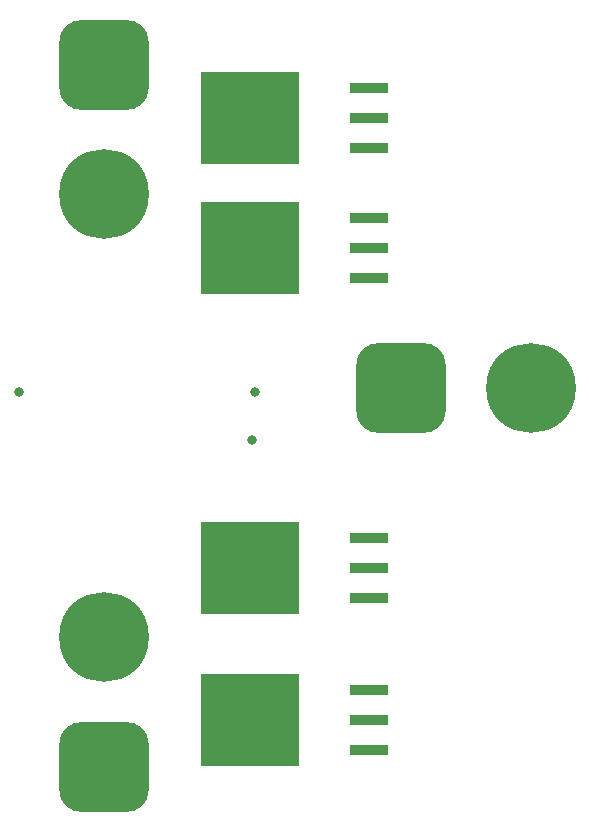
<source format=gbs>
G04 #@! TF.GenerationSoftware,KiCad,Pcbnew,7.0.1*
G04 #@! TF.CreationDate,2023-04-06T11:57:38-07:00*
G04 #@! TF.ProjectId,rps01,72707330-312e-46b6-9963-61645f706362,0*
G04 #@! TF.SameCoordinates,Original*
G04 #@! TF.FileFunction,Soldermask,Bot*
G04 #@! TF.FilePolarity,Negative*
%FSLAX46Y46*%
G04 Gerber Fmt 4.6, Leading zero omitted, Abs format (unit mm)*
G04 Created by KiCad (PCBNEW 7.0.1) date 2023-04-06 11:57:38*
%MOMM*%
%LPD*%
G01*
G04 APERTURE LIST*
G04 Aperture macros list*
%AMRoundRect*
0 Rectangle with rounded corners*
0 $1 Rounding radius*
0 $2 $3 $4 $5 $6 $7 $8 $9 X,Y pos of 4 corners*
0 Add a 4 corners polygon primitive as box body*
4,1,4,$2,$3,$4,$5,$6,$7,$8,$9,$2,$3,0*
0 Add four circle primitives for the rounded corners*
1,1,$1+$1,$2,$3*
1,1,$1+$1,$4,$5*
1,1,$1+$1,$6,$7*
1,1,$1+$1,$8,$9*
0 Add four rect primitives between the rounded corners*
20,1,$1+$1,$2,$3,$4,$5,0*
20,1,$1+$1,$4,$5,$6,$7,0*
20,1,$1+$1,$6,$7,$8,$9,0*
20,1,$1+$1,$8,$9,$2,$3,0*%
G04 Aperture macros list end*
%ADD10RoundRect,1.900000X1.900000X-1.900000X1.900000X1.900000X-1.900000X1.900000X-1.900000X-1.900000X0*%
%ADD11C,7.600000*%
%ADD12RoundRect,1.900000X-1.900000X1.900000X-1.900000X-1.900000X1.900000X-1.900000X1.900000X1.900000X0*%
%ADD13RoundRect,1.900000X-1.900000X-1.900000X1.900000X-1.900000X1.900000X1.900000X-1.900000X1.900000X0*%
%ADD14R,3.251200X0.812800*%
%ADD15R,8.305800X7.874000*%
%ADD16C,0.800000*%
G04 APERTURE END LIST*
D10*
X22750000Y-88000000D03*
D11*
X22750000Y-77000000D03*
D12*
X22750000Y-28500000D03*
D11*
X22750000Y-39500000D03*
D13*
X47840000Y-55880000D03*
D11*
X58840000Y-55880000D03*
D14*
X45172200Y-41460000D03*
X45172200Y-44000000D03*
X45172200Y-46540000D03*
D15*
X35050300Y-44000000D03*
D14*
X45172200Y-30480000D03*
X45172200Y-33020000D03*
X45172200Y-35560000D03*
D15*
X35050300Y-33020000D03*
D14*
X45172200Y-68580000D03*
X45172200Y-71120000D03*
X45172200Y-73660000D03*
D15*
X35050300Y-71120000D03*
D14*
X45172200Y-81460000D03*
X45172200Y-84000000D03*
X45172200Y-86540000D03*
D15*
X35050300Y-84000000D03*
D16*
X15500000Y-56250000D03*
X35500000Y-56250000D03*
X32750000Y-30750000D03*
X33000000Y-46000000D03*
X37750000Y-35750000D03*
X32500000Y-35250000D03*
X37750000Y-30750000D03*
X35250000Y-33000000D03*
X35000000Y-44000000D03*
X33000000Y-42250000D03*
X37250000Y-46000000D03*
X37250000Y-42250000D03*
X35250000Y-60250000D03*
X35000000Y-71250000D03*
X32250000Y-81000000D03*
X32250000Y-68500000D03*
X37750000Y-68500000D03*
X32000000Y-86500000D03*
X37750000Y-73750000D03*
X32000000Y-73750000D03*
X37500000Y-86500000D03*
X38250000Y-80750000D03*
X35000000Y-84000000D03*
X45172200Y-81460000D03*
X45172200Y-68580000D03*
X45172200Y-41460000D03*
X45172200Y-30480000D03*
M02*

</source>
